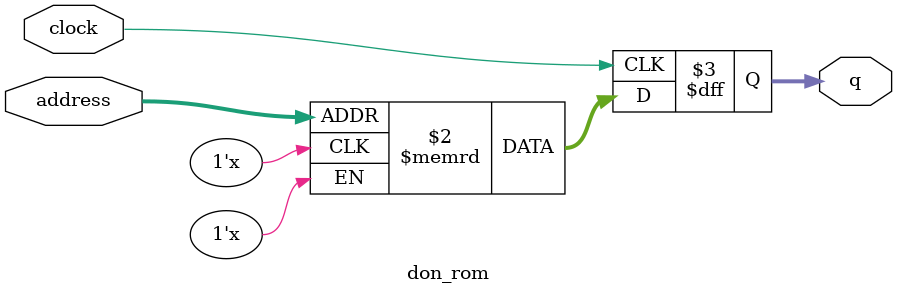
<source format=sv>
module don_rom (
	input logic clock,
	input logic [10:0] address,
	output logic [7:0] q
);

logic [7:0] memory [0:1295] /* synthesis ram_init_file = "./don/don.COE" */;

always_ff @ (posedge clock) begin
	q <= memory[address];
end

endmodule

</source>
